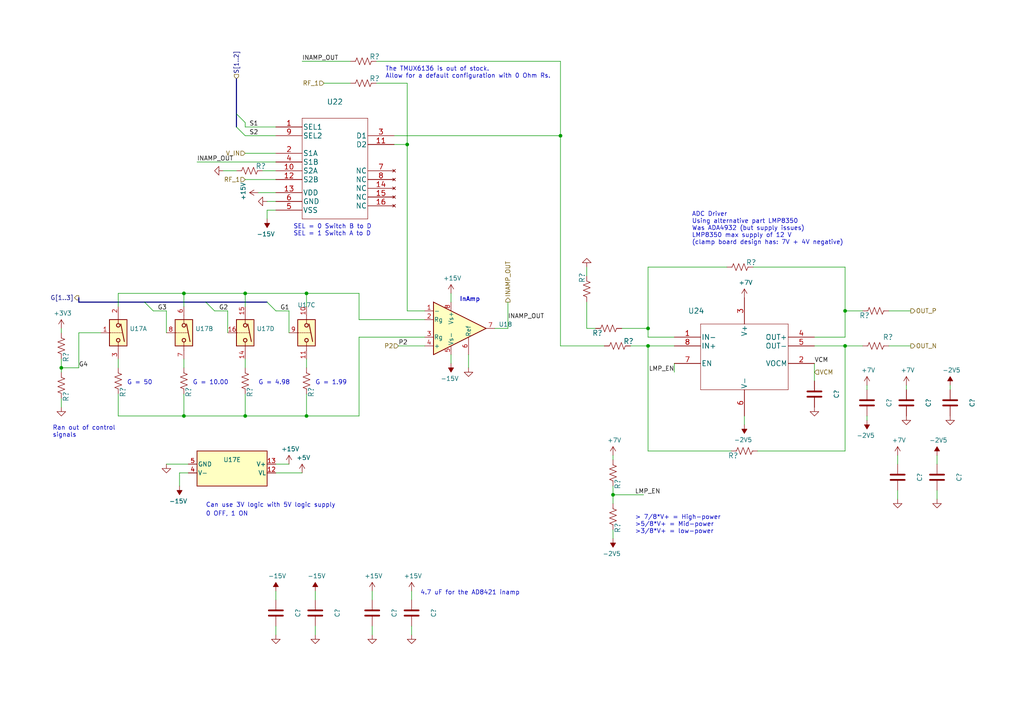
<source format=kicad_sch>
(kicad_sch (version 20211123) (generator eeschema)
  (paper "A4")
  (lib_symbols
    (symbol "Amplifier_Instrumentation:AD8421ARZ" (pin_names (offset 0.127))
      (property "Reference" "U" (at 3.556 7.366 0))
      (property "Value" "AD8421ARZ" (at 7.366 5.334 0))
      (symbol "AD8421ARZ_0_1"
        (polyline (pts (xy -5.08 7.62) (xy -5.08 -7.62) (xy 10.16 0) (xy -5.08 7.62)) (stroke (width 0.254)) (fill (type background)))
      )
      (symbol "AD8421ARZ_1_1"
        (pin input line (at -7.62 5.08 0) (length 2.54) (name "-") (number "1"))
        (pin passive line (at -7.62 2.54 0) (length 2.54) (name "Rg") (number "2"))
        (pin passive line (at -7.62 -2.54 0) (length 2.54) (name "Rg") (number "3"))
        (pin input line (at -7.62 -5.08 0) (length 2.54) (name "+") (number "4"))
        (pin power_in line (at 0 -7.62 90) (length 2.54) (name "Vs-") (number "5"))
        (pin passive line (at 5.08 -7.62 90) (length 5.08) (name "Ref") (number "6"))
        (pin output line (at 12.7 0 180) (length 2.54) (name "~") (number "7"))
        (pin power_in line (at 0 7.62 270) (length 2.54) (name "Vs+") (number "8"))
      )
    )
    (symbol "Analog_Switch:DG412xUE" (pin_names (offset 0.254))
      (property "Reference" "U" (at -3.175 5.334 0))
      (property "Value" "DG412xUE" (at -3.175 3.556 0))
      (symbol "DG412xUE_1_1"
        (rectangle (start -3.81 2.54) (end 3.81 -2.54) (stroke (width 0.254)) (fill (type background)))
        (circle (center -2.159 0) (radius 0.508) (stroke (width 0.254)))
        (polyline (pts (xy -5.08 0) (xy -2.794 0)))
        (polyline (pts (xy -2.54 0.762) (xy 2.54 1.778)) (stroke (width 0.254)))
        (polyline (pts (xy 0 -2.54) (xy 0 -2.032)))
        (polyline (pts (xy 0 -1.778) (xy 0 -1.524)))
        (polyline (pts (xy 0 -1.27) (xy 0 -1.016)))
        (polyline (pts (xy 0 -0.762) (xy 0 -0.508)))
        (polyline (pts (xy 0 -0.254) (xy 0 0)))
        (polyline (pts (xy 0 0.254) (xy 0 0.508)))
        (polyline (pts (xy 0 0.762) (xy 0 1.016)))
        (polyline (pts (xy 5.08 0) (xy 2.794 0)))
        (circle (center 2.159 0) (radius 0.508) (stroke (width 0.254)))
        (pin input line (at 0 -5.08 90) (length 2.54) (name "~") (number "1"))
        (pin passive line (at -7.62 0 0) (length 2.54) (name "~") (number "2"))
        (pin passive line (at 7.62 0 180) (length 2.54) (name "~") (number "3"))
      )
      (symbol "DG412xUE_2_1"
        (rectangle (start -3.81 2.54) (end 3.81 -2.54) (stroke (width 0.254)) (fill (type background)))
        (circle (center -2.159 0) (radius 0.508) (stroke (width 0.254)))
        (polyline (pts (xy -5.08 0) (xy -2.794 0)))
        (polyline (pts (xy -2.54 0.762) (xy 2.54 1.778)) (stroke (width 0.254)))
        (polyline (pts (xy 0 -2.54) (xy 0 -2.032)))
        (polyline (pts (xy 0 -1.778) (xy 0 -1.524)))
        (polyline (pts (xy 0 -1.27) (xy 0 -1.016)))
        (polyline (pts (xy 0 -0.762) (xy 0 -0.508)))
        (polyline (pts (xy 0 -0.254) (xy 0 0)))
        (polyline (pts (xy 0 0.254) (xy 0 0.508)))
        (polyline (pts (xy 0 0.762) (xy 0 1.016)))
        (polyline (pts (xy 5.08 0) (xy 2.794 0)))
        (circle (center 2.159 0) (radius 0.508) (stroke (width 0.254)))
        (pin passive line (at -7.62 0 0) (length 2.54) (name "~") (number "6"))
        (pin passive line (at 7.62 0 180) (length 2.54) (name "~") (number "7"))
        (pin input line (at 0 -5.08 90) (length 2.54) (name "~") (number "8"))
      )
      (symbol "DG412xUE_3_1"
        (rectangle (start -3.81 2.54) (end 3.81 -2.54) (stroke (width 0.254)) (fill (type background)))
        (circle (center -2.159 0) (radius 0.508) (stroke (width 0.254)))
        (polyline (pts (xy -5.08 0) (xy -2.794 0)))
        (polyline (pts (xy -2.54 0.762) (xy 2.54 1.778)) (stroke (width 0.254)))
        (polyline (pts (xy 0 -2.54) (xy 0 -2.032)))
        (polyline (pts (xy 0 -1.778) (xy 0 -1.524)))
        (polyline (pts (xy 0 -1.27) (xy 0 -1.016)))
        (polyline (pts (xy 0 -0.762) (xy 0 -0.508)))
        (polyline (pts (xy 0 -0.254) (xy 0 0)))
        (polyline (pts (xy 0 0.254) (xy 0 0.508)))
        (polyline (pts (xy 0 0.762) (xy 0 1.016)))
        (polyline (pts (xy 5.08 0) (xy 2.794 0)))
        (circle (center 2.159 0) (radius 0.508) (stroke (width 0.254)))
        (pin passive line (at -7.62 0 0) (length 2.54) (name "~") (number "10"))
        (pin passive line (at 7.62 0 180) (length 2.54) (name "~") (number "11"))
        (pin input line (at 0 -5.08 90) (length 2.54) (name "~") (number "9"))
      )
      (symbol "DG412xUE_4_1"
        (rectangle (start -3.81 2.54) (end 3.81 -2.54) (stroke (width 0.254)) (fill (type background)))
        (circle (center -2.159 0) (radius 0.508) (stroke (width 0.254)))
        (polyline (pts (xy -5.08 0) (xy -2.794 0)))
        (polyline (pts (xy -2.54 0.762) (xy 2.54 1.778)) (stroke (width 0.254)))
        (polyline (pts (xy 0 -2.54) (xy 0 -2.032)))
        (polyline (pts (xy 0 -1.778) (xy 0 -1.524)))
        (polyline (pts (xy 0 -1.27) (xy 0 -1.016)))
        (polyline (pts (xy 0 -0.762) (xy 0 -0.508)))
        (polyline (pts (xy 0 -0.254) (xy 0 0)))
        (polyline (pts (xy 0 0.254) (xy 0 0.508)))
        (polyline (pts (xy 0 0.762) (xy 0 1.016)))
        (polyline (pts (xy 5.08 0) (xy 2.794 0)))
        (circle (center 2.159 0) (radius 0.508) (stroke (width 0.254)))
        (pin passive line (at 7.62 0 180) (length 2.54) (name "~") (number "14"))
        (pin passive line (at -7.62 0 0) (length 2.54) (name "~") (number "15"))
        (pin input line (at 0 -5.08 90) (length 2.54) (name "~") (number "16"))
      )
      (symbol "DG412xUE_5_0"
        (pin power_in line (at 2.54 12.7 270) (length 2.54) (name "VL") (number "12"))
        (pin power_in line (at 0 12.7 270) (length 2.54) (name "V+") (number "13"))
        (pin power_in line (at 2.54 -12.7 90) (length 2.54) (name "V-") (number "4"))
        (pin power_in line (at 0 -12.7 90) (length 2.54) (name "GND") (number "5"))
      )
      (symbol "DG412xUE_5_1"
        (rectangle (start -3.81 10.16) (end 6.35 -10.16) (stroke (width 0.254)) (fill (type background)))
      )
    )
    (symbol "Device:C" (pin_numbers hide) (pin_names (offset 0.254))
      (property "Reference" "C" (at 0.635 2.54 0))
      (property "Value" "C" (at 0.635 -2.54 0))
      (symbol "C_0_1"
        (polyline (pts (xy -2.032 -0.762) (xy 2.032 -0.762)) (stroke (width 0.508)))
        (polyline (pts (xy -2.032 0.762) (xy 2.032 0.762)) (stroke (width 0.508)))
      )
      (symbol "C_1_1"
        (pin passive line (at 0 3.81 270) (length 2.794) (name "~") (number "1"))
        (pin passive line (at 0 -3.81 90) (length 2.794) (name "~") (number "2"))
      )
    )
    (symbol "Device:R_US" (pin_numbers hide) (pin_names (offset 0))
      (property "Reference" "R" (at 2.54 0 90))
      (property "Value" "R_US" (at -2.54 0 90))
      (symbol "R_US_0_1"
        (polyline (pts (xy 0 -2.286) (xy 0 -2.54)))
        (polyline (pts (xy 0 2.286) (xy 0 2.54)))
        (polyline (pts (xy 0 -0.762) (xy 1.016 -1.143) (xy 0 -1.524) (xy -1.016 -1.905) (xy 0 -2.286)))
        (polyline (pts (xy 0 0.762) (xy 1.016 0.381) (xy 0 0) (xy -1.016 -0.381) (xy 0 -0.762)))
        (polyline (pts (xy 0 2.286) (xy 1.016 1.905) (xy 0 1.524) (xy -1.016 1.143) (xy 0 0.762)))
      )
      (symbol "R_US_1_1"
        (pin passive line (at 0 3.81 270) (length 1.27) (name "~") (number "1"))
        (pin passive line (at 0 -3.81 90) (length 1.27) (name "~") (number "2"))
      )
    )
    (symbol "covg-kicad:+7V" (power) (pin_names (offset 0))
      (property "Value" "+7V" (at 0 3.556 0))
      (symbol "+7V_0_1"
        (polyline (pts (xy -0.762 1.27) (xy 0 2.54)))
        (polyline (pts (xy 0 0) (xy 0 2.54)))
        (polyline (pts (xy 0 2.54) (xy 0.762 1.27)))
      )
      (symbol "+7V_1_1"
        (pin power_in line (at 0 0 90) (length 0) hide (name "+7V") (number "1"))
      )
    )
    (symbol "covg-kicad:LMP8350MA_NOPB" (pin_names (offset 0.254))
      (property "Reference" "U" (at 7.62 2.54 0))
      (property "Value" "LMP8350MA_NOPB" (at 16.51 0 0))
      (symbol "LMP8350MA_NOPB_1_1"
        (polyline (pts (xy 7.62 -20.32) (xy 33.02 -20.32)) (stroke (width 0.127)))
        (polyline (pts (xy 7.62 -1.27) (xy 7.62 -20.32)) (stroke (width 0.127)))
        (polyline (pts (xy 33.02 -20.32) (xy 33.02 -1.27)) (stroke (width 0.127)))
        (polyline (pts (xy 33.02 -1.27) (xy 7.62 -1.27)) (stroke (width 0.127)))
        (pin input line (at 0 -5.08 0) (length 7.62) (name "IN-") (number "1"))
        (pin input line (at 40.64 -12.7 180) (length 7.62) (name "VOCM") (number "2"))
        (pin power_in line (at 20.32 6.35 270) (length 7.62) (name "V+") (number "3"))
        (pin output line (at 40.64 -5.08 180) (length 7.62) (name "OUT+") (number "4"))
        (pin output line (at 40.64 -7.62 180) (length 7.62) (name "OUT-") (number "5"))
        (pin power_in line (at 20.32 -27.94 90) (length 7.62) (name "V-") (number "6"))
        (pin input line (at 0 -12.7 0) (length 7.62) (name "EN") (number "7"))
        (pin input line (at 0 -7.62 0) (length 7.62) (name "IN+") (number "8"))
      )
    )
    (symbol "covg-kicad:TMUX6136PWR" (pin_names (offset 0.254))
      (property "Reference" "U" (at 17.78 7.62 0))
      (property "Value" "TMUX6136PWR" (at 16.51 5.08 0))
      (symbol "TMUX6136PWR_1_1"
        (polyline (pts (xy 7.62 -26.67) (xy 26.67 -26.67)) (stroke (width 0.127)))
        (polyline (pts (xy 7.62 2.54) (xy 7.62 -26.67)) (stroke (width 0.127)))
        (polyline (pts (xy 26.67 -26.67) (xy 26.67 2.54)) (stroke (width 0.127)))
        (polyline (pts (xy 26.67 2.54) (xy 20.32 2.54) (xy 7.62 2.54)) (stroke (width 0.127)))
        (pin input line (at 0 0 0) (length 7.62) (name "SEL1") (number "1"))
        (pin bidirectional line (at 0 -12.7 0) (length 7.62) (name "S2A") (number "10"))
        (pin bidirectional line (at 34.29 -5.08 180) (length 7.62) (name "D2") (number "11"))
        (pin bidirectional line (at 0 -15.24 0) (length 7.62) (name "S2B") (number "12"))
        (pin power_in line (at 0 -19.05 0) (length 7.62) (name "VDD") (number "13"))
        (pin no_connect line (at 34.29 -17.78 180) (length 7.62) (name "NC") (number "14"))
        (pin no_connect line (at 34.29 -20.32 180) (length 7.62) (name "NC") (number "15"))
        (pin no_connect line (at 34.29 -22.86 180) (length 7.62) (name "NC") (number "16"))
        (pin bidirectional line (at 0 -7.62 0) (length 7.62) (name "S1A") (number "2"))
        (pin bidirectional line (at 34.29 -2.54 180) (length 7.62) (name "D1") (number "3"))
        (pin bidirectional line (at 0 -10.16 0) (length 7.62) (name "S1B") (number "4"))
        (pin power_in line (at 0 -24.13 0) (length 7.62) (name "VSS") (number "5"))
        (pin power_in line (at 0 -21.59 0) (length 7.62) (name "GND") (number "6"))
        (pin no_connect line (at 34.29 -12.7 180) (length 7.62) (name "NC") (number "7"))
        (pin no_connect line (at 34.29 -15.24 180) (length 7.62) (name "NC") (number "8"))
        (pin input line (at 0 -2.54 0) (length 7.62) (name "SEL2") (number "9"))
      )
    )
    (symbol "power:+15V" (power) (pin_names (offset 0))
      (property "Value" "+15V" (at 0 3.556 0))
      (symbol "+15V_0_1"
        (polyline (pts (xy -0.762 1.27) (xy 0 2.54)))
        (polyline (pts (xy 0 0) (xy 0 2.54)))
        (polyline (pts (xy 0 2.54) (xy 0.762 1.27)))
      )
      (symbol "+15V_1_1"
        (pin power_in line (at 0 0 90) (length 0) hide (name "+15V") (number "1"))
      )
    )
    (symbol "power:+3V3" (power) (pin_names (offset 0))
      (property "Value" "+3V3" (at 0 3.556 0))
      (symbol "+3V3_0_1"
        (polyline (pts (xy -0.762 1.27) (xy 0 2.54)))
        (polyline (pts (xy 0 0) (xy 0 2.54)))
        (polyline (pts (xy 0 2.54) (xy 0.762 1.27)))
      )
      (symbol "+3V3_1_1"
        (pin power_in line (at 0 0 90) (length 0) hide (name "+3V3") (number "1"))
      )
    )
    (symbol "power:+5V" (power) (pin_names (offset 0))
      (property "Value" "+5V" (at 0 3.556 0))
      (symbol "+5V_0_1"
        (polyline (pts (xy -0.762 1.27) (xy 0 2.54)))
        (polyline (pts (xy 0 0) (xy 0 2.54)))
        (polyline (pts (xy 0 2.54) (xy 0.762 1.27)))
      )
      (symbol "+5V_1_1"
        (pin power_in line (at 0 0 90) (length 0) hide (name "+5V") (number "1"))
      )
    )
    (symbol "power:-15V" (power) (pin_names (offset 0))
      (property "Value" "-15V" (at 0 3.81 0))
      (symbol "-15V_0_0"
        (pin power_in line (at 0 0 90) (length 0) hide (name "-15V") (number "1"))
      )
      (symbol "-15V_0_1"
        (polyline (pts (xy 0 0) (xy 0 1.27) (xy 0.762 1.27) (xy 0 2.54) (xy -0.762 1.27) (xy 0 1.27)) (fill (type outline)))
      )
    )
    (symbol "power:-2V5" (power) (pin_names (offset 0))
      (property "Value" "-2V5" (at 0 3.81 0))
      (symbol "-2V5_0_0"
        (pin power_in line (at 0 0 90) (length 0) hide (name "-2V5") (number "1"))
      )
      (symbol "-2V5_0_1"
        (polyline (pts (xy 0 0) (xy 0 1.27) (xy 0.762 1.27) (xy 0 2.54) (xy -0.762 1.27) (xy 0 1.27)) (fill (type outline)))
      )
    )
    (symbol "power:GND" (power) (pin_names (offset 0))
      (property "Value" "GND" (at 0 -3.81 0))
      (symbol "GND_0_1"
        (polyline (pts (xy 0 0) (xy 0 -1.27) (xy 1.27 -1.27) (xy 0 -2.54) (xy -1.27 -1.27) (xy 0 -1.27)))
      )
      (symbol "GND_1_1"
        (pin power_in line (at 0 0 270) (length 0) hide (name "GND") (number "1"))
      )
    )
  )
  (junction (at 71.12 85.09))
  (junction (at 71.12 120.65))
  (junction (at 187.96 95.25))
  (junction (at 118.11 41.91))
  (junction (at 53.34 120.65))
  (junction (at 245.11 90.17))
  (junction (at 187.96 100.33))
  (junction (at 177.8 143.51))
  (junction (at 88.9 85.09))
  (junction (at 162.56 39.37))
  (junction (at 17.78 106.68))
  (junction (at 245.11 100.33))
  (junction (at 53.34 85.09))
  (junction (at 88.9 120.65))
  (bus_entry (at 62.23 90.17) (size -2.54 -2.54))
  (bus_entry (at 77.47 87.63) (size 2.54 2.54))
  (bus_entry (at 71.12 39.37) (size -2.54 -2.54))
  (bus_entry (at 71.12 35.56) (size -2.54 -2.54))
  (bus_entry (at 44.45 90.17) (size -2.54 -2.54))
  (wire (pts (xy 236.22 105.41) (xy 236.22 110.49)))
  (wire (pts (xy 271.78 144.78) (xy 271.78 142.24)))
  (wire (pts (xy 187.96 100.33) (xy 187.96 130.81)))
  (wire (pts (xy 71.12 85.09) (xy 53.34 85.09)))
  (wire (pts (xy 170.18 95.25) (xy 172.72 95.25)))
  (bus (pts (xy 22.86 87.63) (xy 22.86 86.36)))
  (wire (pts (xy 48.26 96.52) (xy 48.26 90.17)))
  (wire (pts (xy 53.34 120.65) (xy 53.34 114.3)))
  (wire (pts (xy 71.12 44.45) (xy 80.01 44.45)))
  (wire (pts (xy 71.12 39.37) (xy 80.01 39.37)))
  (wire (pts (xy 104.14 85.09) (xy 88.9 85.09)))
  (wire (pts (xy 17.78 96.52) (xy 17.78 95.25)))
  (wire (pts (xy 34.29 85.09) (xy 53.34 85.09)))
  (wire (pts (xy 87.63 137.16) (xy 80.01 137.16)))
  (wire (pts (xy 119.38 173.99) (xy 119.38 171.45)))
  (wire (pts (xy 104.14 92.71) (xy 123.19 92.71)))
  (wire (pts (xy 114.3 39.37) (xy 162.56 39.37)))
  (wire (pts (xy 53.34 85.09) (xy 53.34 88.9)))
  (wire (pts (xy 104.14 92.71) (xy 104.14 85.09)))
  (wire (pts (xy 118.11 90.17) (xy 123.19 90.17)))
  (wire (pts (xy 17.78 118.11) (xy 17.78 115.57)))
  (wire (pts (xy 22.86 96.52) (xy 22.86 106.68)))
  (wire (pts (xy 245.11 100.33) (xy 236.22 100.33)))
  (wire (pts (xy 64.77 49.53) (xy 68.58 49.53)))
  (wire (pts (xy 104.14 97.79) (xy 123.19 97.79)))
  (wire (pts (xy 109.22 24.13) (xy 118.11 24.13)))
  (wire (pts (xy 88.9 114.3) (xy 88.9 120.65)))
  (wire (pts (xy 83.82 90.17) (xy 80.01 90.17)))
  (bus (pts (xy 68.58 22.86) (xy 68.58 33.02)))
  (wire (pts (xy 88.9 85.09) (xy 71.12 85.09)))
  (wire (pts (xy 66.04 90.17) (xy 62.23 90.17)))
  (wire (pts (xy 245.11 97.79) (xy 245.11 90.17)))
  (wire (pts (xy 162.56 100.33) (xy 175.26 100.33)))
  (wire (pts (xy 22.86 96.52) (xy 29.21 96.52)))
  (wire (pts (xy 91.44 184.15) (xy 91.44 181.61)))
  (wire (pts (xy 182.88 100.33) (xy 187.96 100.33)))
  (wire (pts (xy 245.11 77.47) (xy 245.11 90.17)))
  (wire (pts (xy 80.01 184.15) (xy 80.01 181.61)))
  (wire (pts (xy 93.98 24.13) (xy 101.6 24.13)))
  (wire (pts (xy 177.8 143.51) (xy 186.69 143.51)))
  (wire (pts (xy 80.01 46.99) (xy 57.15 46.99)))
  (wire (pts (xy 71.12 120.65) (xy 53.34 120.65)))
  (wire (pts (xy 215.9 123.19) (xy 215.9 120.65)))
  (wire (pts (xy 71.12 114.3) (xy 71.12 120.65)))
  (wire (pts (xy 170.18 87.63) (xy 170.18 95.25)))
  (wire (pts (xy 187.96 95.25) (xy 187.96 97.79)))
  (wire (pts (xy 123.19 100.33) (xy 115.57 100.33)))
  (wire (pts (xy 71.12 85.09) (xy 71.12 88.9)))
  (bus (pts (xy 22.86 87.63) (xy 41.91 87.63)))
  (wire (pts (xy 118.11 41.91) (xy 118.11 90.17)))
  (bus (pts (xy 41.91 87.63) (xy 59.69 87.63)))
  (wire (pts (xy 104.14 120.65) (xy 104.14 97.79)))
  (wire (pts (xy 147.32 87.63) (xy 147.32 95.25)))
  (wire (pts (xy 80.01 173.99) (xy 80.01 171.45)))
  (wire (pts (xy 88.9 104.14) (xy 88.9 106.68)))
  (wire (pts (xy 71.12 36.83) (xy 71.12 35.56)))
  (wire (pts (xy 118.11 24.13) (xy 118.11 41.91)))
  (wire (pts (xy 260.35 134.62) (xy 260.35 132.08)))
  (wire (pts (xy 187.96 77.47) (xy 210.82 77.47)))
  (wire (pts (xy 162.56 39.37) (xy 162.56 100.33)))
  (wire (pts (xy 77.47 63.5) (xy 77.47 60.96)))
  (wire (pts (xy 262.89 113.03) (xy 262.89 111.76)))
  (wire (pts (xy 271.78 134.62) (xy 271.78 132.08)))
  (wire (pts (xy 77.47 60.96) (xy 80.01 60.96)))
  (wire (pts (xy 187.96 97.79) (xy 195.58 97.79)))
  (wire (pts (xy 195.58 107.95) (xy 195.58 105.41)))
  (wire (pts (xy 218.44 77.47) (xy 245.11 77.47)))
  (wire (pts (xy 71.12 52.07) (xy 80.01 52.07)))
  (wire (pts (xy 170.18 77.47) (xy 170.18 80.01)))
  (wire (pts (xy 48.26 90.17) (xy 44.45 90.17)))
  (wire (pts (xy 130.81 85.09) (xy 130.81 87.63)))
  (wire (pts (xy 251.46 113.03) (xy 251.46 111.76)))
  (wire (pts (xy 109.22 17.78) (xy 162.56 17.78)))
  (wire (pts (xy 71.12 104.14) (xy 71.12 106.68)))
  (wire (pts (xy 91.44 173.99) (xy 91.44 171.45)))
  (wire (pts (xy 34.29 114.3) (xy 34.29 120.65)))
  (wire (pts (xy 257.81 90.17) (xy 264.16 90.17)))
  (wire (pts (xy 48.26 134.62) (xy 54.61 134.62)))
  (wire (pts (xy 219.71 130.81) (xy 245.11 130.81)))
  (wire (pts (xy 275.59 113.03) (xy 275.59 111.76)))
  (bus (pts (xy 59.69 87.63) (xy 77.47 87.63)))
  (wire (pts (xy 135.89 102.87) (xy 135.89 106.68)))
  (wire (pts (xy 177.8 156.21) (xy 177.8 153.67)))
  (bus (pts (xy 68.58 33.02) (xy 68.58 36.83)))
  (wire (pts (xy 107.95 173.99) (xy 107.95 171.45)))
  (wire (pts (xy 87.63 17.78) (xy 101.6 17.78)))
  (wire (pts (xy 80.01 134.62) (xy 83.82 134.62)))
  (wire (pts (xy 88.9 120.65) (xy 71.12 120.65)))
  (wire (pts (xy 260.35 144.78) (xy 260.35 142.24)))
  (wire (pts (xy 130.81 105.41) (xy 130.81 102.87)))
  (wire (pts (xy 187.96 77.47) (xy 187.96 95.25)))
  (wire (pts (xy 177.8 146.05) (xy 177.8 143.51)))
  (wire (pts (xy 187.96 130.81) (xy 212.09 130.81)))
  (wire (pts (xy 187.96 100.33) (xy 195.58 100.33)))
  (wire (pts (xy 88.9 120.65) (xy 104.14 120.65)))
  (wire (pts (xy 17.78 106.68) (xy 17.78 104.14)))
  (wire (pts (xy 34.29 106.68) (xy 34.29 104.14)))
  (wire (pts (xy 71.12 36.83) (xy 80.01 36.83)))
  (wire (pts (xy 66.04 96.52) (xy 66.04 90.17)))
  (wire (pts (xy 180.34 95.25) (xy 187.96 95.25)))
  (wire (pts (xy 119.38 184.15) (xy 119.38 181.61)))
  (wire (pts (xy 251.46 120.65) (xy 251.46 121.92)))
  (wire (pts (xy 114.3 41.91) (xy 118.11 41.91)))
  (wire (pts (xy 77.47 58.42) (xy 80.01 58.42)))
  (wire (pts (xy 52.07 140.97) (xy 52.07 137.16)))
  (wire (pts (xy 257.81 100.33) (xy 264.16 100.33)))
  (wire (pts (xy 17.78 107.95) (xy 17.78 106.68)))
  (wire (pts (xy 143.51 95.25) (xy 147.32 95.25)))
  (wire (pts (xy 107.95 184.15) (xy 107.95 181.61)))
  (wire (pts (xy 34.29 88.9) (xy 34.29 85.09)))
  (wire (pts (xy 245.11 100.33) (xy 245.11 130.81)))
  (wire (pts (xy 74.93 55.88) (xy 80.01 55.88)))
  (wire (pts (xy 76.2 49.53) (xy 80.01 49.53)))
  (wire (pts (xy 177.8 132.08) (xy 177.8 133.35)))
  (wire (pts (xy 53.34 104.14) (xy 53.34 106.68)))
  (wire (pts (xy 245.11 100.33) (xy 250.19 100.33)))
  (wire (pts (xy 245.11 90.17) (xy 250.19 90.17)))
  (wire (pts (xy 245.11 97.79) (xy 236.22 97.79)))
  (wire (pts (xy 177.8 140.97) (xy 177.8 143.51)))
  (wire (pts (xy 162.56 17.78) (xy 162.56 39.37)))
  (wire (pts (xy 17.78 106.68) (xy 22.86 106.68)))
  (wire (pts (xy 34.29 120.65) (xy 53.34 120.65)))
  (wire (pts (xy 83.82 96.52) (xy 83.82 90.17)))
  (wire (pts (xy 52.07 137.16) (xy 54.61 137.16)))
  (wire (pts (xy 88.9 85.09) (xy 88.9 88.9)))
  (text "ADC Driver \nUsing alternative part LMP8350\nWas ADA4932 (but supply issues)\nLMP8350 max supply of 12 V \n(clamp board design has: 7V + 4V negative)" (at 200.66 71.12 0) (effects (font (size 1.27 1.27)) (justify left bottom)))
  (text "4.7 uF for the AD8421 inamp" (at 121.92 172.72 0) (effects (font (size 1.27 1.27)) (justify left bottom)))
  (text "G = 50" (at 36.83 111.76 0) (effects (font (size 1.27 1.27)) (justify left bottom)))
  (text "Ran out of control\nsignals\n" (at 15.24 127 0) (effects (font (size 1.27 1.27)) (justify left bottom)))
  (text "InAmp" (at 133.35 87.63 0) (effects (font (size 1.27 1.27)) (justify left bottom)))
  (text "> 7/8*V+ = High-power\n >5/8*V+ = Mid-power\n>3/8*V+ = low-power\n" (at 184.15 154.94 0) (effects (font (size 1.27 1.27)) (justify left bottom)))
  (text "SEL = 0 Switch B to D\n SEL = 1 Switch A to D" (at 85.09 68.58 0) (effects (font (size 1.27 1.27)) (justify left bottom)))
  (text "G = 1.99" (at 91.44 111.76 0) (effects (font (size 1.27 1.27)) (justify left bottom)))
  (text "InAmp" (at 133.35 87.63 0) (effects (font (size 1.27 1.27)) (justify left bottom)))
  (text "Can use 3V logic with 5V logic supply" (at 59.69 147.32 0) (effects (font (size 1.27 1.27)) (justify left bottom)))
  (text "InAmp" (at 133.35 87.63 0) (effects (font (size 1.27 1.27)) (justify left bottom)))
  (text "InAmp" (at 133.35 87.63 0) (effects (font (size 1.27 1.27)) (justify left bottom)))
  (text "The TMUX6136 is out of stock.\nAllow for a default configuration with 0 Ohm Rs." (at 111.76 22.86 0) (effects (font (size 1.27 1.27)) (justify left bottom)))
  (text "0 OFF, 1 ON" (at 59.69 149.86 0) (effects (font (size 1.27 1.27)) (justify left bottom)))
  (text "G = 10.00" (at 55.88 111.76 0) (effects (font (size 1.27 1.27)) (justify left bottom)))
  (text "G = 4.98" (at 74.93 111.76 0) (effects (font (size 1.27 1.27)) (justify left bottom)))
  (label "S2" (at 74.93 39.37 180))
  (label "P2" (at 115.57 100.33 0))
  (label "G1" (at 81.28 90.17 0))
  (label "LMP_EN" (at 195.58 107.95 180))
  (label "INAMP_OUT" (at 87.63 17.78 0))
  (label "G2" (at 63.5 90.17 0))
  (label "INAMP_OUT" (at 57.15 46.99 0))
  (label "S1" (at 74.93 36.83 180))
  (label "G4" (at 22.86 106.68 0))
  (label "LMP_EN" (at 184.15 143.51 0))
  (label "INAMP_OUT" (at 147.32 92.71 0))
  (label "G3" (at 45.72 90.17 0))
  (label "VCM" (at 236.22 105.41 0))
  (hierarchical_label "OUT_P" (shape output) (at 264.16 90.17 0))
  (hierarchical_label "VCM" (shape input) (at 236.22 107.95 0))
  (hierarchical_label "OUT_N" (shape output) (at 264.16 100.33 0))
  (hierarchical_label "G[1..3]" (shape output) (at 22.86 86.36 180))
  (hierarchical_label "S[1..2]" (shape input) (at 68.58 22.86 90))
  (hierarchical_label "P2" (shape input) (at 115.57 100.33 180))
  (hierarchical_label "INAMP_OUT" (shape output) (at 147.32 87.63 90))
  (hierarchical_label "V_IN" (shape input) (at 71.12 44.45 180))
  (hierarchical_label "RF_1" (shape input) (at 93.98 24.13 180))
  (hierarchical_label "RF_1" (shape input) (at 71.12 52.07 180))
  (symbol (lib_id "power:-15V") (at 130.81 105.41 180) (unit 1)
    (property "Reference" "#PWR?" (effects hide))
  )
  (symbol (lib_id "power:+15V") (at 130.81 85.09 0) (unit 1)
    (property "Reference" "#PWR?" (effects hide))
  )
  (symbol (lib_id "Device:C") (at 80.01 177.8 180) (unit 1)
    (property "Reference" "C?" (at 86.4108 177.8 90))
    (property "Manf#" "CC0603MRX7R8BB104" (effects hide))
    (property "Tolerance" "20%" (effects hide))
    (property "voltage" "25V" (effects hide))
  )
  (symbol (lib_id "power:GND") (at 80.01 184.15 0) (unit 1)
    (property "Reference" "#PWR?" (effects hide))
  )
  (symbol (lib_id "Device:C") (at 91.44 177.8 180) (unit 1)
    (property "Reference" "C?" (at 97.8408 177.8 90))
    (property "Manf#" "CL31B475KAHNFNE" (effects hide))
    (property "Tolerance" "10%" (effects hide))
    (property "voltage" "25V" (effects hide))
  )
  (symbol (lib_id "power:GND") (at 91.44 184.15 0) (unit 1)
    (property "Reference" "#PWR?" (effects hide))
  )
  (symbol (lib_id "power:+15V") (at 119.38 171.45 0) (unit 1)
    (property "Reference" "#PWR?" (effects hide))
  )
  (symbol (lib_id "power:GND") (at 119.38 184.15 0) (unit 1)
    (property "Reference" "#PWR?" (effects hide))
  )
  (symbol (lib_id "power:+15V") (at 107.95 171.45 0) (unit 1)
    (property "Reference" "#PWR?" (effects hide))
  )
  (symbol (lib_id "power:GND") (at 107.95 184.15 0) (unit 1)
    (property "Reference" "#PWR?" (effects hide))
  )
  (symbol (lib_id "power:-15V") (at 91.44 171.45 0) (unit 1)
    (property "Reference" "#PWR?" (effects hide))
  )
  (symbol (lib_id "power:-15V") (at 80.01 171.45 0) (unit 1)
    (property "Reference" "#PWR?" (effects hide))
  )
  (symbol (lib_id "Device:C") (at 119.38 177.8 180) (unit 1)
    (property "Reference" "C?" (at 125.7808 177.8 90))
    (property "Manf#" "CL31B475KAHNFNE" (effects hide))
    (property "Tolerance" "10%" (effects hide))
    (property "voltage" "25V" (effects hide))
  )
  (symbol (lib_id "Device:C") (at 107.95 177.8 180) (unit 1)
    (property "Reference" "C?" (at 114.3508 177.8 90))
    (property "Manf#" "CC0603MRX7R8BB104" (effects hide))
    (property "voltage" "25V" (effects hide))
  )
  (symbol (lib_id "Device:R_US") (at 179.07 100.33 270) (unit 1)
    (property "Reference" "R?" (at 180.7972 98.9838 90) (effects (font (size 1.4986 1.4986)) (justify left)))
    (property "Manf#" "RC0603FR-071K5L" (effects hide))
    (property "Tolerance" "1%" (effects hide))
  )
  (symbol (lib_id "Device:R_US") (at 214.63 77.47 270) (unit 1)
    (property "Reference" "R?" (at 216.3572 76.1238 90) (effects (font (size 1.4986 1.4986)) (justify left)))
    (property "Manf#" "RC0603FR-07499RL" (effects hide))
    (property "Tolerance" "1%" (effects hide))
  )
  (symbol (lib_id "Device:R_US") (at 176.53 95.25 90) (unit 1)
    (property "Reference" "R?" (at 174.8028 96.5962 90) (effects (font (size 1.4986 1.4986)) (justify left)))
    (property "Manf#" "RC0603FR-071K5L" (effects hide))
    (property "Tolerance" "1%" (effects hide))
  )
  (symbol (lib_id "Device:R_US") (at 215.9 130.81 90) (unit 1)
    (property "Reference" "R?" (at 214.1728 132.1562 90) (effects (font (size 1.4986 1.4986)) (justify left)))
    (property "Manf#" "RC0603FR-07499RL" (effects hide))
    (property "Tolerance" "1%" (effects hide))
  )
  (symbol (lib_id "power:GND") (at 64.77 49.53 270) (unit 1)
    (property "Reference" "#PWR?" (effects hide))
  )
  (symbol (lib_id "Device:R_US") (at 177.8 137.16 180) (unit 1)
    (property "Reference" "R?" (at 179.1462 138.8872 90) (effects (font (size 1.4986 1.4986)) (justify left)))
    (property "Manf#" "RC0603FR-0710KL" (effects hide))
    (property "Tolerance" "5%" (effects hide))
  )
  (symbol (lib_id "Analog_Switch:DG412xUE") (at 67.31 134.62 270) (unit 5)
    (property "Reference" "U17" (at 64.77 133.35 90) (effects (justify left)))
    (property "Datasheet" "https://datasheets.maximintegrated.com/en/ds/DG411-DG413.pdf" (effects hide))
    (property "Manf#" "DG412CUE+" (effects hide))
    (property "Alternate Manf#" "TMUX6111PWR" (effects hide))
    (property "Alternate2 Manf#" "TMUX6112PWR" (effects hide))
  )
  (symbol (lib_id "Analog_Switch:DG412xUE") (at 71.12 96.52 270) (unit 4)
    (property "Reference" "U17" (at 74.422 95.3516 90) (effects (justify left)))
    (property "Datasheet" "https://datasheets.maximintegrated.com/en/ds/DG411-DG413.pdf" (effects hide))
    (property "Manf#" "DG412CUE+" (effects hide))
  )
  (symbol (lib_id "Analog_Switch:DG412xUE") (at 53.34 96.52 270) (unit 2)
    (property "Reference" "U17" (at 56.642 95.3516 90) (effects (justify left)))
    (property "Datasheet" "https://datasheets.maximintegrated.com/en/ds/DG411-DG413.pdf" (effects hide))
    (property "Manf#" "DG412CUE+" (effects hide))
  )
  (symbol (lib_id "Device:R_US") (at 88.9 110.49 180) (unit 1)
    (property "Reference" "R?" (at 90.2462 112.2172 90) (effects (font (size 1.4986 1.4986)) (justify left)))
    (property "Manf#" "RC0603FR-0710KL" (effects hide))
    (property "Tolerance" "1%" (effects hide))
  )
  (symbol (lib_id "Device:R_US") (at 71.12 110.49 180) (unit 1)
    (property "Reference" "R?" (at 72.4662 112.2172 90) (effects (font (size 1.4986 1.4986)) (justify left)))
    (property "Manf#" "RC0603FR-072K49L" (effects hide))
    (property "Tolerance" "1%" (effects hide))
  )
  (symbol (lib_id "Device:R_US") (at 53.34 110.49 180) (unit 1)
    (property "Reference" "R?" (at 54.6862 112.2172 90) (effects (font (size 1.4986 1.4986)) (justify left)))
    (property "Manf#" "RC0603FR-071K1L" (effects hide))
    (property "Tolerance" "1%" (effects hide))
  )
  (symbol (lib_id "Analog_Switch:DG412xUE") (at 34.29 96.52 270) (unit 1)
    (property "Reference" "U17" (at 37.592 95.3516 90) (effects (justify left)))
    (property "Datasheet" "https://datasheets.maximintegrated.com/en/ds/DG411-DG413.pdf" (effects hide))
    (property "Manf#" "DG412CUE+" (effects hide))
    (property "Alternate Manf#" "TMUX6111PWR" (effects hide))
    (property "Alternate2 Manf#" "TMUX6112PWR" (effects hide))
  )
  (symbol (lib_id "Device:R_US") (at 34.29 110.49 180) (unit 1)
    (property "Reference" "R?" (at 35.6362 112.2172 90) (effects (font (size 1.4986 1.4986)) (justify left)))
    (property "Manf#" "RC0603FR-07200RL" (effects hide))
    (property "Tolerance" "1%" (effects hide))
  )
  (symbol (lib_id "power:GND") (at 135.89 106.68 0) (unit 1)
    (property "Reference" "#PWR?" (effects hide))
  )
  (symbol (lib_id "Analog_Switch:DG412xUE") (at 88.9 96.52 270) (unit 3)
    (property "Reference" "U17" (at 88.9 88.4682 90))
    (property "Datasheet" "https://datasheets.maximintegrated.com/en/ds/DG411-DG413.pdf" (effects hide))
    (property "Manf#" "DG412CUE+" (effects hide))
  )
  (symbol (lib_id "power:GND") (at 48.26 134.62 0) (unit 1)
    (property "Reference" "#PWR?" (effects hide))
  )
  (symbol (lib_id "power:-15V") (at 52.07 140.97 180) (unit 1)
    (property "Reference" "#PWR?" (effects hide))
  )
  (symbol (lib_id "power:+15V") (at 83.82 134.62 0) (unit 1)
    (property "Reference" "#PWR?" (effects hide))
  )
  (symbol (lib_id "power:+5V") (at 87.63 137.16 0) (unit 1)
    (property "Reference" "#PWR052" (effects hide))
  )
  (symbol (lib_id "power:+15V") (at 74.93 55.88 90) (unit 1)
    (property "Reference" "#PWR?" (effects hide))
  )
  (symbol (lib_id "power:GND") (at 77.47 58.42 270) (unit 1)
    (property "Reference" "#PWR?" (effects hide))
  )
  (symbol (lib_id "power:-15V") (at 77.47 63.5 180) (unit 1)
    (property "Reference" "#PWR?" (effects hide))
  )
  (symbol (lib_id "covg-kicad:LMP8350MA_NOPB") (at 195.58 92.71 0) (unit 1)
    (property "Reference" "U24" (at 201.93 90.17 0) (effects (font (size 1.524 1.524))))
    (property "Manf#" "LMP8350MA/NOPB" (effects hide))
    (property "Alternate Manf#" "LMP8350MAX/NOPB" (effects hide))
    (property "Alternate2 Manf#" "AD8138AARZ-R7" (effects hide))
  )
  (symbol (lib_id "covg-kicad:+7V") (at 215.9 86.36 0) (unit 1)
    (property "Reference" "#PWR0169" (effects hide))
  )
  (symbol (lib_id "Device:R_US") (at 72.39 49.53 270) (unit 1)
    (property "Reference" "R?" (at 74.1172 48.1838 90) (effects (font (size 1.4986 1.4986)) (justify left)))
    (property "Manf#" "RC0603FR-0733RL" (effects hide))
    (property "Tolerance" "1%" (effects hide))
  )
  (symbol (lib_id "Device:R_US") (at 254 90.17 90) (unit 1)
    (property "Reference" "R?" (at 252.2728 91.5162 90) (effects (font (size 1.4986 1.4986)) (justify left)))
    (property "Manf#" "RC0603FR-0733RL" (effects hide))
    (property "Tolerance" "1%" (effects hide))
  )
  (symbol (lib_id "Device:R_US") (at 254 100.33 90) (unit 1)
    (property "Reference" "R?" (at 259.08 97.79 90) (effects (font (size 1.4986 1.4986)) (justify left)))
    (property "Manf#" "RC0603FR-0733RL" (effects hide))
    (property "Tolerance" "1%" (effects hide))
  )
  (symbol (lib_id "power:-2V5") (at 215.9 123.19 180) (unit 1)
    (property "Reference" "#PWR070" (effects hide))
  )
  (symbol (lib_id "covg-kicad:+7V") (at 177.8 132.08 0) (unit 1)
    (property "Reference" "#PWR064" (effects hide))
  )
  (symbol (lib_id "Device:C") (at 262.89 116.84 180) (unit 1)
    (property "Reference" "C?" (at 269.2908 116.84 90))
    (property "Manf#" "CC0603MRX7R8BB103" (effects hide))
    (property "Tolerance" "20%" (effects hide))
    (property "voltage" "25V" (effects hide))
  )
  (symbol (lib_id "power:GND") (at 262.89 120.65 0) (unit 1)
    (property "Reference" "#PWR?" (effects hide))
  )
  (symbol (lib_id "covg-kicad:+7V") (at 262.89 111.76 0) (unit 1)
    (property "Reference" "#PWR065" (effects hide))
  )
  (symbol (lib_id "power:-2V5") (at 275.59 111.76 0) (unit 1)
    (property "Reference" "#PWR067" (effects hide))
  )
  (symbol (lib_id "Device:C") (at 275.59 116.84 180) (unit 1)
    (property "Reference" "C?" (at 281.9908 116.84 90))
    (property "Manf#" "CC0603MRX7R8BB103" (effects hide))
    (property "Tolerance" "20%" (effects hide))
    (property "voltage" "25V" (effects hide))
  )
  (symbol (lib_id "power:GND") (at 275.59 120.65 0) (unit 1)
    (property "Reference" "#PWR?" (effects hide))
  )
  (symbol (lib_id "Device:R_US") (at 177.8 149.86 180) (unit 1)
    (property "Reference" "R?" (at 179.1462 151.5872 90) (effects (font (size 1.4986 1.4986)) (justify left)))
    (property "Manf#" "RC0603FR-0710KL" (effects hide))
    (property "Tolerance" "5%" (effects hide))
  )
  (symbol (lib_id "power:-2V5") (at 177.8 156.21 180) (unit 1)
    (property "Reference" "#PWR0197" (effects hide))
  )
  (symbol (lib_id "power:GND") (at 260.35 144.78 0) (unit 1)
    (property "Reference" "#PWR?" (effects hide))
  )
  (symbol (lib_id "Device:C") (at 260.35 138.43 180) (unit 1)
    (property "Reference" "C?" (at 266.7508 138.43 90))
    (property "Manf#" "CL31B106KAHNFNE" (effects hide))
    (property "Tolerance" "10%" (effects hide))
    (property "voltage" "25V" (effects hide))
  )
  (symbol (lib_id "power:GND") (at 271.78 144.78 0) (unit 1)
    (property "Reference" "#PWR?" (effects hide))
  )
  (symbol (lib_id "Device:C") (at 271.78 138.43 180) (unit 1)
    (property "Reference" "C?" (at 278.1808 138.43 90))
    (property "Manf#" "CL31B106KAHNFNE" (effects hide))
    (property "Tolerance" "10%" (effects hide))
    (property "voltage" "25V" (effects hide))
  )
  (symbol (lib_id "covg-kicad:+7V") (at 260.35 132.08 0) (unit 1)
    (property "Reference" "#PWR?" (effects hide))
  )
  (symbol (lib_id "power:-2V5") (at 271.78 132.08 0) (unit 1)
    (property "Reference" "#PWR0201" (effects hide))
  )
  (symbol (lib_id "Device:C") (at 236.22 114.3 180) (unit 1)
    (property "Reference" "C?" (at 242.6208 114.3 90))
    (property "Manf#" "CC0603MRX7R8BB104" (effects hide))
    (property "Tolerance" "20%" (effects hide))
    (property "voltage" "25V" (effects hide))
  )
  (symbol (lib_id "power:GND") (at 236.22 118.11 0) (unit 1)
    (property "Reference" "#PWR?" (effects hide))
  )
  (symbol (lib_id "Device:C") (at 251.46 116.84 180) (unit 1)
    (property "Reference" "C?" (at 257.8608 116.84 90))
    (property "Manf#" "CC0603MRX7R8BB104" (effects hide))
    (property "Tolerance" "20%" (effects hide))
    (property "voltage" "25V" (effects hide))
  )
  (symbol (lib_id "covg-kicad:+7V") (at 251.46 111.76 0) (unit 1)
    (property "Reference" "#PWR?" (effects hide))
  )
  (symbol (lib_id "power:-2V5") (at 251.46 121.92 180) (unit 1)
    (property "Reference" "#PWR0204" (effects hide))
  )
  (symbol (lib_id "Amplifier_Instrumentation:AD8421ARZ") (at 130.81 95.25 0) (unit 1)
    (property "Reference" "U18" (at 144.6276 94.0816 0) (effects (justify left)))
    (property "Datasheet" "https://www.analog.com/media/en/technical-documentation/data-sheets/AD8421.pdf" (effects hide))
    (property "Manf#" "AD8421ARZ" (effects hide))
    (property "Alternate Manf#" "INA849DR" (effects hide))
    (property "Alternate2 Manf#" "AD8429ARZ" (effects hide))
  )
  (symbol (lib_id "Device:R_US") (at 170.18 83.82 0) (unit 1)
    (property "Reference" "R?" (at 168.8338 82.0928 90) (effects (font (size 1.4986 1.4986)) (justify left)))
    (property "Manf#" "RC0603FR-07120RL" (effects hide))
    (property "Tolerance" "1%" (effects hide))
  )
  (symbol (lib_id "power:GND") (at 170.18 77.47 180) (unit 1)
    (property "Reference" "#PWR?" (effects hide))
  )
  (symbol (lib_id "Device:R_US") (at 17.78 111.76 180) (unit 1)
    (property "Reference" "R?" (at 19.1262 113.4872 90) (effects (font (size 1.4986 1.4986)) (justify left)))
    (property "Manf#" "RC0603FR-0710KL" (effects hide))
    (property "Tolerance" "1%" (effects hide))
  )
  (symbol (lib_id "Device:R_US") (at 17.78 100.33 180) (unit 1)
    (property "Reference" "R?" (at 19.1262 102.0572 90) (effects (font (size 1.4986 1.4986)) (justify left)))
    (property "Manf#" "RC0603FR-0710KL" (effects hide))
    (property "Tolerance" "1%" (effects hide))
  )
  (symbol (lib_id "power:GND") (at 17.78 118.11 0) (unit 1)
    (property "Reference" "#PWR?" (effects hide))
  )
  (symbol (lib_id "power:+3V3") (at 17.78 95.25 0) (unit 1)
    (property "Reference" "#PWR0165" (effects hide))
  )
  (symbol (lib_id "covg-kicad:TMUX6136PWR") (at 80.01 36.83 0) (unit 1)
    (property "Reference" "U22" (at 97.155 29.5402 0) (effects (font (size 1.524 1.524))))
    (property "Manf#" "TMUX6136PWR" (effects hide))
  )
  (symbol (lib_id "Device:R_US") (at 105.41 17.78 270) (unit 1)
    (property "Reference" "R?" (at 107.1372 16.4338 90) (effects (font (size 1.4986 1.4986)) (justify left)))
    (property "Manf#" "RC0603FR-070RL" (effects hide))
    (property "Tolerance" "1%" (effects hide))
  )
  (symbol (lib_id "Device:R_US") (at 105.41 24.13 270) (unit 1)
    (property "Reference" "R?" (at 107.1372 22.7838 90) (effects (font (size 1.4986 1.4986)) (justify left)))
    (property "Manf#" "RC0603FR-070RL" (effects hide))
    (property "Tolerance" "1%" (effects hide))
  )
)
</source>
